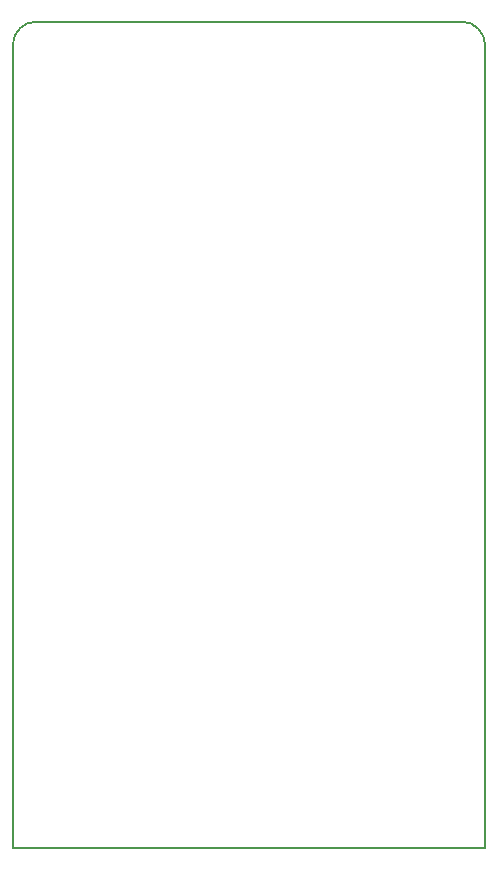
<source format=gm1>
G04 #@! TF.GenerationSoftware,KiCad,Pcbnew,(7.0.0)*
G04 #@! TF.CreationDate,2023-03-12T18:52:53+09:00*
G04 #@! TF.ProjectId,Pmod_MatrixLED,506d6f64-5f4d-4617-9472-69784c45442e,rev?*
G04 #@! TF.SameCoordinates,Original*
G04 #@! TF.FileFunction,Profile,NP*
%FSLAX46Y46*%
G04 Gerber Fmt 4.6, Leading zero omitted, Abs format (unit mm)*
G04 Created by KiCad (PCBNEW (7.0.0)) date 2023-03-12 18:52:53*
%MOMM*%
%LPD*%
G01*
G04 APERTURE LIST*
G04 #@! TA.AperFunction,Profile*
%ADD10C,0.150000*%
G04 #@! TD*
G04 APERTURE END LIST*
D10*
X-20000000Y-41000000D02*
X-20000000Y27000000D01*
X-20000000Y-41000000D02*
X20000000Y-41000000D01*
X20000000Y27000000D02*
G75*
G03*
X18000000Y29000000I-2000000J0D01*
G01*
X-18000000Y29000000D02*
G75*
G03*
X-20000000Y27000000I-1J-1999999D01*
G01*
X-18000000Y29000000D02*
X18000000Y29000000D01*
X20000000Y-41000000D02*
X20000000Y27000000D01*
M02*

</source>
